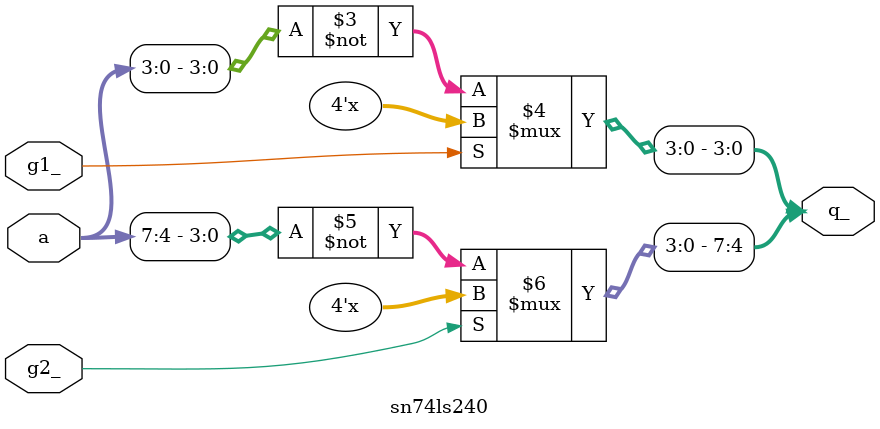
<source format=v>
module sn74ls240(q_, a, g1_, g2_);
input [7:0] a;
input g1_, g2_;
output [7:0] q_;
wire gint1, gint2;

parameter
	// TI TTL data book Vol 1, 1985
	tPLH_min=0, tPLH_typ=9,           tPLH_max=14,
	tPHL_min=0, tPHL_typ=12,          tPHL_max=18,
	tPZH_min=0, tPZH_typ=15-tPLH_typ, tPZH_max=23-tPLH_max,
	tPZL_min=0, tPZL_typ=20-tPHL_typ, tPZL_max=30-tPHL_max;
// does not respect tPHZ, tPLZ !

	assign #(tPZH_min : tPZH_typ : tPZH_max,
		   tPZL_min : tPZL_typ : tPZL_max)
		gint1 = ~g1_;
	assign #(tPZH_min : tPZH_typ : tPZH_max,
		   tPZL_min : tPZL_typ : tPZL_max)
		gint2 = ~g2_;

	assign #(tPLH_min : tPLH_typ : tPLH_max,
  		     tPHL_min : tPHL_typ : tPHL_max)
		q_[3:0] = gint1 ? ~a[3:0] : 4'bzzzz;
	assign #(tPLH_min : tPLH_typ : tPLH_max,
  		     tPHL_min : tPHL_typ : tPHL_max)
		q_[7:4] = gint2 ? ~a[7:4] : 4'bzzzz;

endmodule

</source>
